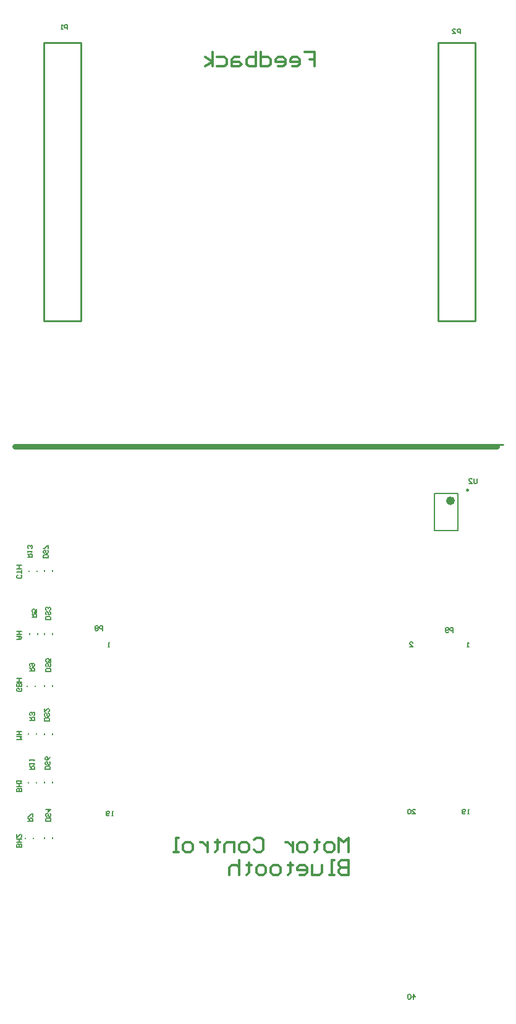
<source format=gbr>
G04 Layer_Color=32896*
%FSLAX26Y26*%
%MOIN*%
%TF.FileFunction,Legend,Bot*%
%TF.Part,Single*%
G01*
G75*
%TA.AperFunction,NonConductor*%
%ADD46C,0.023622*%
%ADD47C,0.009842*%
%ADD48C,0.007874*%
%ADD49C,0.010000*%
%ADD50C,0.030000*%
%ADD51C,0.011811*%
%ADD52C,0.005905*%
D46*
X1191757Y-3796098D02*
G03*
X1191757Y-3796098I-11811J0D01*
G01*
D47*
X1276402Y-3739012D02*
G03*
X1276402Y-3739012I-4921J0D01*
G01*
D48*
X-1058346Y-4796968D02*
X-1058346Y-4793031D01*
X-1101653Y-4796968D02*
X-1101653Y-4793031D01*
X-1053346Y-5316968D02*
X-1053346Y-5313031D01*
X-1096653Y-5316968D02*
X-1096653Y-5313031D01*
X-1068346Y-5616968D02*
X-1068346Y-5613031D01*
X-1111653Y-5616968D02*
X-1111653Y-5613031D01*
X-1048346Y-4176968D02*
X-1048346Y-4173031D01*
X-1091653Y-4176968D02*
X-1091653Y-4173031D01*
X-1053346Y-5055349D02*
X-1053346Y-5051412D01*
X-1096653Y-5055349D02*
X-1096653Y-5051412D01*
X-1011260Y-5615590D02*
X-1011260Y-5611654D01*
X-965984Y-5615590D02*
X-965984Y-5611654D01*
X-1011260Y-5315590D02*
X-1011260Y-5311654D01*
X-965984Y-5315590D02*
X-965984Y-5311654D01*
X-1011260Y-5055590D02*
X-1011260Y-5051654D01*
X-965984Y-5055590D02*
X-965984Y-5051654D01*
X-1011260Y-4515590D02*
X-1011260Y-4511654D01*
X-965984Y-4515590D02*
X-965984Y-4511654D01*
X-1011260Y-4795590D02*
X-1011260Y-4791654D01*
X-965984Y-4795590D02*
X-965984Y-4791654D01*
X-1011260Y-4175590D02*
X-1011260Y-4171654D01*
X-965984Y-4175590D02*
X-965984Y-4171654D01*
X-1090274Y-4515590D02*
X-1090274Y-4511654D01*
X-1046968Y-4515590D02*
X-1046968Y-4511654D01*
X1093332Y-3957516D02*
X1219316Y-3957516D01*
X1093332Y-3756728D02*
X1219316Y-3756728D01*
X1093332Y-3957516D02*
X1093332Y-3756728D01*
X1219316Y-3957516D02*
X1219316Y-3756728D01*
D49*
X-1011811Y-1326618D02*
X-811811Y-1326618D01*
X-811811Y-2826618D02*
X-811811Y-1326618D01*
X-1011811Y-2826618D02*
X-811811Y-2826618D01*
X-1011811Y-2826618D02*
X-1011811Y-1326618D01*
X1114173Y-2826618D02*
X1114173Y-1326618D01*
X1114173Y-2826618D02*
X1314173Y-2826618D01*
X1314173Y-1326618D01*
X1114173Y-1326618D02*
X1314173Y-1326618D01*
X-1163788Y-3495122D02*
X-1012008Y-3495122D01*
X1310022Y-3494712D02*
X1461802Y-3494712D01*
D50*
X-1168622Y-3502602D02*
X1431378Y-3502602D01*
D51*
X630513Y-5690822D02*
X630513Y-5612107D01*
X604275Y-5638345D01*
X578037Y-5612107D01*
X578037Y-5690822D01*
X538679Y-5690822D02*
X512441Y-5690822D01*
X499322Y-5677703D01*
X499322Y-5651464D01*
X512441Y-5638345D01*
X538679Y-5638345D01*
X551798Y-5651464D01*
X551798Y-5677703D01*
X538679Y-5690822D01*
X459964Y-5625226D02*
X459964Y-5638345D01*
X473083Y-5638345D01*
X446845Y-5638345D01*
X459964Y-5638345D01*
X459964Y-5677703D01*
X446845Y-5690822D01*
X394369Y-5690822D02*
X368130Y-5690822D01*
X355011Y-5677703D01*
X355011Y-5651464D01*
X368130Y-5638345D01*
X394369Y-5638345D01*
X407488Y-5651464D01*
X407488Y-5677703D01*
X394369Y-5690822D01*
X328773Y-5638345D02*
X328773Y-5690822D01*
X328773Y-5664584D01*
X315654Y-5651464D01*
X302535Y-5638345D01*
X289416Y-5638345D01*
X118867Y-5625226D02*
X131986Y-5612107D01*
X158224Y-5612107D01*
X171343Y-5625226D01*
X171343Y-5677703D01*
X158224Y-5690822D01*
X131986Y-5690822D01*
X118867Y-5677703D01*
X79510Y-5690822D02*
X53271Y-5690822D01*
X40152Y-5677703D01*
X40152Y-5651464D01*
X53271Y-5638345D01*
X79510Y-5638345D01*
X92629Y-5651464D01*
X92629Y-5677703D01*
X79510Y-5690822D01*
X13914Y-5690822D02*
X13914Y-5638345D01*
X-25444Y-5638345D01*
X-38563Y-5651464D01*
X-38563Y-5690822D01*
X-77920Y-5625226D02*
X-77920Y-5638345D01*
X-64801Y-5638345D01*
X-91039Y-5638345D01*
X-77920Y-5638345D01*
X-77920Y-5677703D01*
X-91039Y-5690822D01*
X-130397Y-5638345D02*
X-130397Y-5690822D01*
X-130397Y-5664584D01*
X-143516Y-5651464D01*
X-156635Y-5638345D01*
X-169754Y-5638345D01*
X-222231Y-5690822D02*
X-248469Y-5690822D01*
X-261588Y-5677703D01*
X-261588Y-5651464D01*
X-248469Y-5638345D01*
X-222231Y-5638345D01*
X-209111Y-5651464D01*
X-209111Y-5677703D01*
X-222231Y-5690822D01*
X-287826Y-5690822D02*
X-314064Y-5690822D01*
X-300945Y-5690822D01*
X-300945Y-5612107D01*
X-287826Y-5612107D01*
X630513Y-5734911D02*
X630513Y-5813626D01*
X591156Y-5813626D01*
X578037Y-5800507D01*
X578037Y-5787388D01*
X591156Y-5774269D01*
X630513Y-5774269D01*
X591156Y-5774269D01*
X578037Y-5761150D01*
X578037Y-5748030D01*
X591156Y-5734911D01*
X630513Y-5734911D01*
X551798Y-5813626D02*
X525560Y-5813626D01*
X538679Y-5813626D01*
X538679Y-5734911D01*
X551798Y-5734911D01*
X486203Y-5761150D02*
X486203Y-5800507D01*
X473084Y-5813626D01*
X433726Y-5813626D01*
X433726Y-5761150D01*
X368130Y-5813626D02*
X394369Y-5813626D01*
X407488Y-5800507D01*
X407488Y-5774269D01*
X394369Y-5761150D01*
X368130Y-5761150D01*
X355011Y-5774269D01*
X355011Y-5787388D01*
X407488Y-5787388D01*
X315654Y-5748030D02*
X315654Y-5761150D01*
X328773Y-5761150D01*
X302535Y-5761150D01*
X315654Y-5761150D01*
X315654Y-5800507D01*
X302535Y-5813626D01*
X250058Y-5813626D02*
X223820Y-5813626D01*
X210701Y-5800507D01*
X210701Y-5774269D01*
X223820Y-5761150D01*
X250058Y-5761150D01*
X263177Y-5774269D01*
X263177Y-5800507D01*
X250058Y-5813626D01*
X171344Y-5813626D02*
X145105Y-5813626D01*
X131986Y-5800507D01*
X131986Y-5774269D01*
X145105Y-5761150D01*
X171344Y-5761150D01*
X184463Y-5774269D01*
X184463Y-5800507D01*
X171344Y-5813626D01*
X92629Y-5748030D02*
X92629Y-5761150D01*
X105748Y-5761150D01*
X79510Y-5761150D01*
X92629Y-5761150D01*
X92629Y-5800507D01*
X79510Y-5813626D01*
X40152Y-5734911D02*
X40152Y-5813626D01*
X40152Y-5774269D01*
X27033Y-5761150D01*
X795Y-5761150D01*
X-12324Y-5774269D01*
X-12324Y-5813626D01*
X393981Y-1376643D02*
X446458Y-1376643D01*
X446458Y-1416001D01*
X420219Y-1416001D01*
X446458Y-1416001D01*
X446458Y-1455358D01*
X328385Y-1455358D02*
X354624Y-1455358D01*
X367743Y-1442239D01*
X367743Y-1416001D01*
X354624Y-1402882D01*
X328385Y-1402882D01*
X315266Y-1416001D01*
X315266Y-1429120D01*
X367743Y-1429120D01*
X249671Y-1455358D02*
X275909Y-1455358D01*
X289028Y-1442239D01*
X289028Y-1416001D01*
X275909Y-1402882D01*
X249671Y-1402882D01*
X236552Y-1416001D01*
X236552Y-1429120D01*
X289028Y-1429120D01*
X157837Y-1376643D02*
X157837Y-1455358D01*
X197194Y-1455358D01*
X210313Y-1442239D01*
X210313Y-1416001D01*
X197194Y-1402882D01*
X157837Y-1402882D01*
X131599Y-1376643D02*
X131599Y-1455358D01*
X92241Y-1455358D01*
X79122Y-1442239D01*
X79122Y-1429120D01*
X79122Y-1416001D01*
X92241Y-1402882D01*
X131599Y-1402882D01*
X39765Y-1402882D02*
X13526Y-1402882D01*
X407Y-1416001D01*
X407Y-1455358D01*
X39765Y-1455358D01*
X52884Y-1442239D01*
X39765Y-1429120D01*
X407Y-1429120D01*
X-78308Y-1402882D02*
X-38950Y-1402882D01*
X-25831Y-1416001D01*
X-25831Y-1442239D01*
X-38950Y-1455358D01*
X-78308Y-1455358D01*
X-104546Y-1455358D02*
X-104546Y-1376643D01*
X-104546Y-1429120D02*
X-143903Y-1402882D01*
X-104546Y-1429120D02*
X-143903Y-1455358D01*
D52*
X-1090000Y-4715000D02*
X-1064418Y-4715000D01*
X-1064418Y-4702209D01*
X-1068681Y-4697945D01*
X-1077209Y-4697945D01*
X-1081473Y-4702209D01*
X-1081473Y-4715000D01*
X-1081473Y-4706473D02*
X-1090000Y-4697945D01*
X-1085736Y-4689418D02*
X-1090000Y-4685154D01*
X-1090000Y-4676627D01*
X-1085736Y-4672363D01*
X-1068681Y-4672363D01*
X-1064418Y-4676627D01*
X-1064418Y-4685154D01*
X-1068681Y-4689418D01*
X-1072945Y-4689418D01*
X-1077209Y-4685154D01*
X-1077209Y-4672363D01*
X-1088622Y-5245000D02*
X-1063040Y-5245000D01*
X-1063040Y-5232209D01*
X-1067303Y-5227945D01*
X-1075831Y-5227945D01*
X-1080095Y-5232209D01*
X-1080095Y-5245000D01*
X-1080095Y-5236473D02*
X-1088622Y-5227945D01*
X-1088622Y-5219418D02*
X-1088622Y-5210890D01*
X-1088622Y-5215154D01*
X-1063040Y-5215154D01*
X-1067303Y-5219418D01*
X-1088622Y-5198099D02*
X-1088622Y-5189572D01*
X-1088622Y-5193835D01*
X-1063040Y-5193835D01*
X-1067303Y-5198099D01*
X-1100000Y-5525000D02*
X-1074418Y-5525000D01*
X-1074418Y-5512209D01*
X-1078681Y-5507945D01*
X-1087209Y-5507945D01*
X-1091473Y-5512209D01*
X-1091473Y-5525000D01*
X-1091473Y-5516473D02*
X-1100000Y-5507945D01*
X-1074418Y-5499418D02*
X-1074418Y-5482363D01*
X-1078681Y-5482363D01*
X-1095736Y-5499418D01*
X-1100000Y-5499418D01*
X-1100591Y-4100000D02*
X-1075008Y-4100000D01*
X-1075008Y-4087209D01*
X-1079272Y-4082945D01*
X-1087799Y-4082945D01*
X-1092063Y-4087209D01*
X-1092063Y-4100000D01*
X-1092063Y-4091473D02*
X-1100591Y-4082945D01*
X-1100591Y-4074418D02*
X-1100591Y-4065890D01*
X-1100591Y-4070154D01*
X-1075008Y-4070154D01*
X-1079272Y-4074418D01*
X-1079272Y-4053099D02*
X-1075008Y-4048835D01*
X-1075008Y-4040308D01*
X-1079272Y-4036044D01*
X-1083536Y-4036044D01*
X-1087799Y-4040308D01*
X-1087799Y-4044572D01*
X-1087799Y-4040308D01*
X-1092063Y-4036044D01*
X-1096327Y-4036044D01*
X-1100591Y-4040308D01*
X-1100591Y-4048835D01*
X-1096327Y-4053099D01*
X-1088622Y-4980000D02*
X-1063040Y-4980000D01*
X-1063040Y-4967209D01*
X-1067303Y-4962945D01*
X-1075831Y-4962945D01*
X-1080095Y-4967209D01*
X-1080095Y-4980000D01*
X-1080095Y-4971473D02*
X-1088622Y-4962945D01*
X-1067303Y-4954418D02*
X-1063040Y-4950154D01*
X-1063040Y-4941627D01*
X-1067303Y-4937363D01*
X-1071567Y-4937363D01*
X-1075831Y-4941627D01*
X-1075831Y-4945890D01*
X-1075831Y-4941627D01*
X-1080095Y-4937363D01*
X-1084358Y-4937363D01*
X-1088622Y-4941627D01*
X-1088622Y-4950154D01*
X-1084358Y-4954418D01*
X-976040Y-5524622D02*
X-1001622Y-5524622D01*
X-1001622Y-5511830D01*
X-997359Y-5507567D01*
X-980304Y-5507567D01*
X-976040Y-5511830D01*
X-976040Y-5524622D01*
X-980304Y-5481984D02*
X-976040Y-5486248D01*
X-976040Y-5494776D01*
X-980304Y-5499039D01*
X-984567Y-5499039D01*
X-988831Y-5494776D01*
X-988831Y-5486248D01*
X-993095Y-5481984D01*
X-997359Y-5481984D01*
X-1001622Y-5486248D01*
X-1001622Y-5494776D01*
X-997359Y-5499039D01*
X-1001622Y-5460666D02*
X-976040Y-5460666D01*
X-988831Y-5473457D01*
X-988831Y-5456402D01*
X-979418Y-5245000D02*
X-1005000Y-5245000D01*
X-1005000Y-5232209D01*
X-1000736Y-5227945D01*
X-983681Y-5227945D01*
X-979418Y-5232209D01*
X-979418Y-5245000D01*
X-983681Y-5202363D02*
X-979418Y-5206627D01*
X-979418Y-5215154D01*
X-983681Y-5219418D01*
X-987945Y-5219418D01*
X-992209Y-5215154D01*
X-992209Y-5206627D01*
X-996473Y-5202363D01*
X-1000736Y-5202363D01*
X-1005000Y-5206627D01*
X-1005000Y-5215154D01*
X-1000736Y-5219418D01*
X-979418Y-5176780D02*
X-983681Y-5185308D01*
X-992209Y-5193835D01*
X-1000736Y-5193835D01*
X-1005000Y-5189572D01*
X-1005000Y-5181044D01*
X-1000736Y-5176780D01*
X-996473Y-5176780D01*
X-992209Y-5181044D01*
X-992209Y-5193835D01*
X-984040Y-4984622D02*
X-1009622Y-4984622D01*
X-1009622Y-4971830D01*
X-1005359Y-4967567D01*
X-988304Y-4967567D01*
X-984040Y-4971830D01*
X-984040Y-4984622D01*
X-988304Y-4941984D02*
X-984040Y-4946248D01*
X-984040Y-4954776D01*
X-988304Y-4959039D01*
X-992567Y-4959039D01*
X-996831Y-4954776D01*
X-996831Y-4946248D01*
X-1001095Y-4941984D01*
X-1005359Y-4941984D01*
X-1009622Y-4946248D01*
X-1009622Y-4954776D01*
X-1005359Y-4959039D01*
X-1009622Y-4916402D02*
X-1009622Y-4933457D01*
X-992567Y-4916402D01*
X-988304Y-4916402D01*
X-984040Y-4920666D01*
X-984040Y-4929193D01*
X-988304Y-4933457D01*
X-978040Y-4437622D02*
X-1003622Y-4437622D01*
X-1003622Y-4424830D01*
X-999359Y-4420567D01*
X-982304Y-4420567D01*
X-978040Y-4424830D01*
X-978040Y-4437622D01*
X-982304Y-4394984D02*
X-978040Y-4399248D01*
X-978040Y-4407776D01*
X-982304Y-4412039D01*
X-986567Y-4412039D01*
X-990831Y-4407776D01*
X-990831Y-4399248D01*
X-995095Y-4394984D01*
X-999359Y-4394984D01*
X-1003622Y-4399248D01*
X-1003622Y-4407776D01*
X-999359Y-4412039D01*
X-982304Y-4386457D02*
X-978040Y-4382193D01*
X-978040Y-4373666D01*
X-982304Y-4369402D01*
X-986567Y-4369402D01*
X-990831Y-4373666D01*
X-990831Y-4377930D01*
X-990831Y-4373666D01*
X-995095Y-4369402D01*
X-999359Y-4369402D01*
X-1003622Y-4373666D01*
X-1003622Y-4382193D01*
X-999359Y-4386457D01*
X-976040Y-4716622D02*
X-1001622Y-4716622D01*
X-1001622Y-4703830D01*
X-997359Y-4699567D01*
X-980304Y-4699567D01*
X-976040Y-4703830D01*
X-976040Y-4716622D01*
X-980304Y-4673984D02*
X-976040Y-4678248D01*
X-976040Y-4686776D01*
X-980304Y-4691039D01*
X-984567Y-4691039D01*
X-988831Y-4686776D01*
X-988831Y-4678248D01*
X-993095Y-4673984D01*
X-997359Y-4673984D01*
X-1001622Y-4678248D01*
X-1001622Y-4686776D01*
X-997359Y-4691039D01*
X-976040Y-4648402D02*
X-976040Y-4665457D01*
X-988831Y-4665457D01*
X-984567Y-4656930D01*
X-984567Y-4652666D01*
X-988831Y-4648402D01*
X-997359Y-4648402D01*
X-1001622Y-4652666D01*
X-1001622Y-4661193D01*
X-997359Y-4665457D01*
X-989973Y-4105000D02*
X-1015555Y-4105000D01*
X-1015555Y-4092209D01*
X-1011291Y-4087945D01*
X-994236Y-4087945D01*
X-989973Y-4092209D01*
X-989973Y-4105000D01*
X-994236Y-4062363D02*
X-989973Y-4066626D01*
X-989973Y-4075154D01*
X-994236Y-4079418D01*
X-998500Y-4079418D01*
X-1002764Y-4075154D01*
X-1002764Y-4066626D01*
X-1007028Y-4062363D01*
X-1011291Y-4062363D01*
X-1015555Y-4066626D01*
X-1015555Y-4075154D01*
X-1011291Y-4079418D01*
X-989973Y-4053835D02*
X-989973Y-4036780D01*
X-994236Y-4036780D01*
X-1011291Y-4053835D01*
X-1015555Y-4053835D01*
X-1077622Y-4424622D02*
X-1052040Y-4424622D01*
X-1052040Y-4411830D01*
X-1056304Y-4407567D01*
X-1064831Y-4407567D01*
X-1069095Y-4411830D01*
X-1069095Y-4424622D01*
X-1069095Y-4416094D02*
X-1077622Y-4407567D01*
X-1052040Y-4381984D02*
X-1052040Y-4399039D01*
X-1064831Y-4399039D01*
X-1060567Y-4390512D01*
X-1060567Y-4386248D01*
X-1064831Y-4381984D01*
X-1073359Y-4381984D01*
X-1077622Y-4386248D01*
X-1077622Y-4394776D01*
X-1073359Y-4399039D01*
X1322646Y-3677642D02*
X1322646Y-3698960D01*
X1318382Y-3703224D01*
X1309855Y-3703224D01*
X1305591Y-3698960D01*
X1305591Y-3677642D01*
X1280009Y-3703224D02*
X1297064Y-3703224D01*
X1280009Y-3686169D01*
X1280009Y-3681905D01*
X1284273Y-3677642D01*
X1292800Y-3677642D01*
X1297064Y-3681905D01*
X1233859Y-1278193D02*
X1233859Y-1252611D01*
X1221068Y-1252611D01*
X1216804Y-1256874D01*
X1216804Y-1265402D01*
X1221068Y-1269666D01*
X1233859Y-1269666D01*
X1191222Y-1278193D02*
X1208277Y-1278193D01*
X1191222Y-1261138D01*
X1191222Y-1256874D01*
X1195486Y-1252611D01*
X1204013Y-1252611D01*
X1208277Y-1256874D01*
X-885827Y-1255122D02*
X-885827Y-1229540D01*
X-898618Y-1229540D01*
X-902882Y-1233803D01*
X-902882Y-1242331D01*
X-898618Y-1246595D01*
X-885827Y-1246595D01*
X-911409Y-1255122D02*
X-919937Y-1255122D01*
X-915673Y-1255122D01*
X-915673Y-1229540D01*
X-911409Y-1233803D01*
X1195000Y-4506174D02*
X1195000Y-4480592D01*
X1182209Y-4480592D01*
X1177945Y-4484855D01*
X1177945Y-4493383D01*
X1182209Y-4497646D01*
X1195000Y-4497646D01*
X1169418Y-4501910D02*
X1165154Y-4506174D01*
X1156627Y-4506174D01*
X1152363Y-4501910D01*
X1152363Y-4484855D01*
X1156627Y-4480592D01*
X1165154Y-4480592D01*
X1169418Y-4484855D01*
X1169418Y-4489119D01*
X1165154Y-4493383D01*
X1152363Y-4493383D01*
X1279303Y-4585279D02*
X1270776Y-4585279D01*
X1275040Y-4585279D01*
X1275040Y-4559697D01*
X1279303Y-4563961D01*
X959323Y-4583622D02*
X976378Y-4583622D01*
X959323Y-4566567D01*
X959323Y-4562303D01*
X963587Y-4558040D01*
X972114Y-4558040D01*
X976378Y-4562303D01*
X1281378Y-5485122D02*
X1272850Y-5485122D01*
X1277114Y-5485122D01*
X1277114Y-5459539D01*
X1281378Y-5463803D01*
X1260059Y-5480858D02*
X1255795Y-5485122D01*
X1247268Y-5485122D01*
X1243004Y-5480858D01*
X1243004Y-5463803D01*
X1247268Y-5459539D01*
X1255795Y-5459539D01*
X1260059Y-5463803D01*
X1260059Y-5468067D01*
X1255795Y-5472330D01*
X1243004Y-5472330D01*
X974323Y-5485122D02*
X991378Y-5485122D01*
X974323Y-5468067D01*
X974323Y-5463803D01*
X978587Y-5459539D01*
X987114Y-5459539D01*
X991378Y-5463803D01*
X965795Y-5463803D02*
X961532Y-5459539D01*
X953004Y-5459539D01*
X948740Y-5463803D01*
X948740Y-5480858D01*
X953004Y-5485122D01*
X961532Y-5485122D01*
X965795Y-5480858D01*
X965795Y-5463803D01*
X-658622Y-4585122D02*
X-667150Y-4585122D01*
X-662886Y-4585122D01*
X-662886Y-4559539D01*
X-658622Y-4563803D01*
X-695275Y-4495826D02*
X-695275Y-4470244D01*
X-708066Y-4470244D01*
X-712330Y-4474507D01*
X-712330Y-4483035D01*
X-708066Y-4487299D01*
X-695275Y-4487299D01*
X-720857Y-4474507D02*
X-725121Y-4470244D01*
X-733648Y-4470244D01*
X-737912Y-4474507D01*
X-737912Y-4478771D01*
X-733648Y-4483035D01*
X-737912Y-4487299D01*
X-737912Y-4491562D01*
X-733648Y-4495826D01*
X-725121Y-4495826D01*
X-720857Y-4491562D01*
X-720857Y-4487299D01*
X-725121Y-4483035D01*
X-720857Y-4478771D01*
X-720857Y-4474507D01*
X-725121Y-4483035D02*
X-733648Y-4483035D01*
X-638622Y-5495122D02*
X-647150Y-5495122D01*
X-642886Y-5495122D01*
X-642886Y-5469539D01*
X-638622Y-5473803D01*
X-659941Y-5490858D02*
X-664205Y-5495122D01*
X-672732Y-5495122D01*
X-676996Y-5490858D01*
X-676996Y-5473803D01*
X-672732Y-5469539D01*
X-664205Y-5469539D01*
X-659941Y-5473803D01*
X-659941Y-5478067D01*
X-664205Y-5482330D01*
X-676996Y-5482330D01*
X978587Y-6482622D02*
X978587Y-6457039D01*
X991378Y-6469830D01*
X974323Y-6469830D01*
X965795Y-6461303D02*
X961532Y-6457039D01*
X953004Y-6457039D01*
X948740Y-6461303D01*
X948740Y-6478358D01*
X953004Y-6482622D01*
X961532Y-6482622D01*
X965795Y-6478358D01*
X965795Y-6461303D01*
X-1133039Y-5663622D02*
X-1158621Y-5663622D01*
X-1158621Y-5650831D01*
X-1154358Y-5646567D01*
X-1150094Y-5646567D01*
X-1145830Y-5650831D01*
X-1145830Y-5663622D01*
X-1145830Y-5650831D01*
X-1141566Y-5646567D01*
X-1137303Y-5646567D01*
X-1133039Y-5650831D01*
X-1133039Y-5663622D01*
X-1133039Y-5638040D02*
X-1158621Y-5638040D01*
X-1145830Y-5638040D01*
X-1145830Y-5620985D01*
X-1133039Y-5620985D01*
X-1158621Y-5620985D01*
X-1158621Y-5595403D02*
X-1158621Y-5612457D01*
X-1141566Y-5595403D01*
X-1137303Y-5595403D01*
X-1133039Y-5599666D01*
X-1133039Y-5608194D01*
X-1137303Y-5612457D01*
X-1133039Y-5363622D02*
X-1158621Y-5363622D01*
X-1158621Y-5350831D01*
X-1154358Y-5346567D01*
X-1150094Y-5346567D01*
X-1145830Y-5350831D01*
X-1145830Y-5363622D01*
X-1145830Y-5350831D01*
X-1141566Y-5346567D01*
X-1137303Y-5346567D01*
X-1133039Y-5350831D01*
X-1133039Y-5363622D01*
X-1133039Y-5338040D02*
X-1158621Y-5338040D01*
X-1145830Y-5338040D01*
X-1145830Y-5320985D01*
X-1133039Y-5320985D01*
X-1158621Y-5320985D01*
X-1158621Y-5312457D02*
X-1158621Y-5303930D01*
X-1158621Y-5308194D01*
X-1133039Y-5308194D01*
X-1137303Y-5312457D01*
X-1158621Y-5083622D02*
X-1133039Y-5083622D01*
X-1141566Y-5075095D01*
X-1133039Y-5066567D01*
X-1158621Y-5066567D01*
X-1133039Y-5058040D02*
X-1158621Y-5058040D01*
X-1145830Y-5058040D01*
X-1145830Y-5040985D01*
X-1133039Y-5040985D01*
X-1158621Y-5040985D01*
X-1158621Y-4543622D02*
X-1141566Y-4543622D01*
X-1133039Y-4535095D01*
X-1141566Y-4526567D01*
X-1158621Y-4526567D01*
X-1145830Y-4526567D01*
X-1145830Y-4543622D01*
X-1133039Y-4518040D02*
X-1158621Y-4518040D01*
X-1145830Y-4518040D01*
X-1145830Y-4500985D01*
X-1133039Y-4500985D01*
X-1158621Y-4500985D01*
X-1137303Y-4196567D02*
X-1133039Y-4200831D01*
X-1133039Y-4209358D01*
X-1137303Y-4213622D01*
X-1154358Y-4213622D01*
X-1158621Y-4209358D01*
X-1158621Y-4200831D01*
X-1154358Y-4196567D01*
X-1133039Y-4188040D02*
X-1133039Y-4170985D01*
X-1133039Y-4179512D01*
X-1158621Y-4179512D01*
X-1133039Y-4162457D02*
X-1158621Y-4162457D01*
X-1145830Y-4162457D01*
X-1145830Y-4145403D01*
X-1133039Y-4145403D01*
X-1158621Y-4145403D01*
X-1137303Y-4806567D02*
X-1133039Y-4810831D01*
X-1133039Y-4819358D01*
X-1137303Y-4823622D01*
X-1154358Y-4823622D01*
X-1158621Y-4819358D01*
X-1158621Y-4810831D01*
X-1154358Y-4806567D01*
X-1145830Y-4806567D01*
X-1145830Y-4815095D01*
X-1133039Y-4798040D02*
X-1158621Y-4798040D01*
X-1158621Y-4785248D01*
X-1154358Y-4780985D01*
X-1150094Y-4780985D01*
X-1145830Y-4785248D01*
X-1145830Y-4798040D01*
X-1145830Y-4785248D01*
X-1141566Y-4780985D01*
X-1137303Y-4780985D01*
X-1133039Y-4785248D01*
X-1133039Y-4798040D01*
X-1133039Y-4772457D02*
X-1158621Y-4772457D01*
X-1145830Y-4772457D01*
X-1145830Y-4755403D01*
X-1133039Y-4755403D01*
X-1158621Y-4755403D01*
%TF.MD5,aece7a0bb0eef9fc4883ba8869a1590a*%
M02*

</source>
